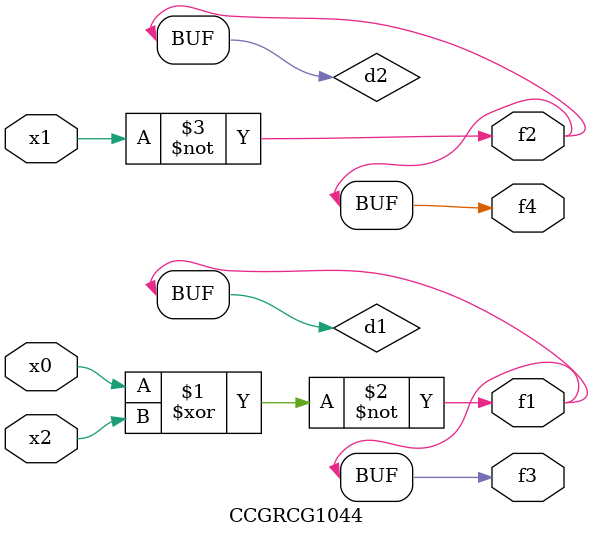
<source format=v>
module CCGRCG1044(
	input x0, x1, x2,
	output f1, f2, f3, f4
);

	wire d1, d2, d3;

	xnor (d1, x0, x2);
	nand (d2, x1);
	nor (d3, x1, x2);
	assign f1 = d1;
	assign f2 = d2;
	assign f3 = d1;
	assign f4 = d2;
endmodule

</source>
